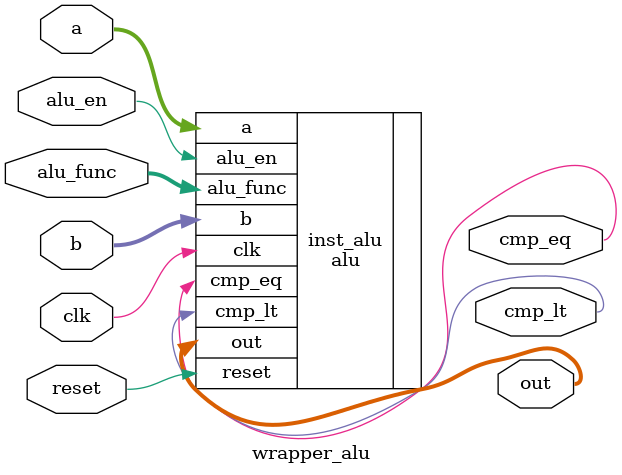
<source format=v>
`include "../../src/alu/alu.v"

module wrapper_alu (
  input clk, 
  input reset, 

  // Functionality inputs
  input alu_en, 
  input [3:0] alu_func, 
  input [15:0] a, 
  input [15:0] b, 

  // Functionality Outputs
  output [15:0] out, 

  // Comparison Flag Outputs
  output cmp_lt, 
  output cmp_eq
); 

alu inst_alu(
  .clk(clk),
  .reset(reset),
  .alu_en(alu_en),
  .alu_func(alu_func),
  .a(a),
  .b(b),
  .out(out),
  .cmp_lt(cmp_lt),
  .cmp_eq(cmp_eq)
);

// Dump waves
initial begin 
  $dumpfile("minigpu_alu.vcd");
  $dumpvars(1, wrapper_alu);
end

endmodule

</source>
